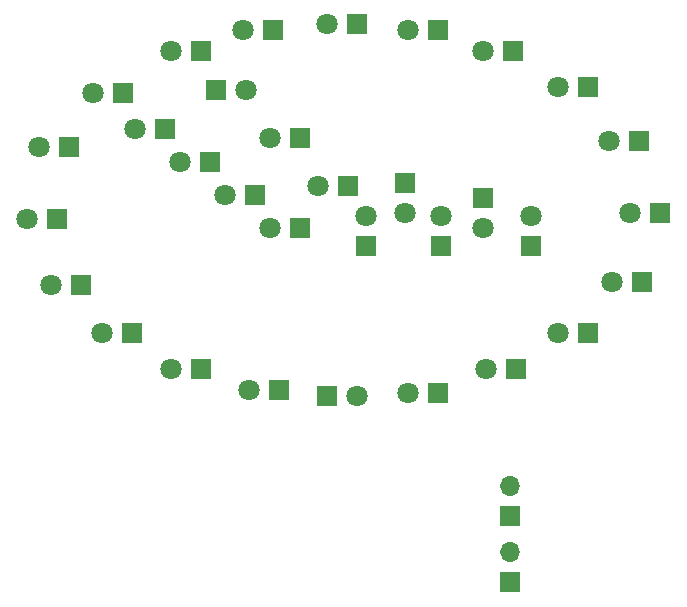
<source format=gbs>
%TF.GenerationSoftware,KiCad,Pcbnew,(5.1.4)-1*%
%TF.CreationDate,2021-08-29T10:14:45+03:00*%
%TF.ProjectId,optiem,6f707469-656d-42e6-9b69-6361645f7063,rev?*%
%TF.SameCoordinates,Original*%
%TF.FileFunction,Soldermask,Bot*%
%TF.FilePolarity,Negative*%
%FSLAX46Y46*%
G04 Gerber Fmt 4.6, Leading zero omitted, Abs format (unit mm)*
G04 Created by KiCad (PCBNEW (5.1.4)-1) date 2021-08-29 10:14:45*
%MOMM*%
%LPD*%
G04 APERTURE LIST*
%ADD10C,1.800000*%
%ADD11R,1.800000X1.800000*%
%ADD12O,1.700000X1.700000*%
%ADD13R,1.700000X1.700000*%
G04 APERTURE END LIST*
D10*
%TO.C,D17*%
X116332000Y-96012000D03*
D11*
X118872000Y-96012000D03*
%TD*%
D12*
%TO.C,P3*%
X155194000Y-118618000D03*
D13*
X155194000Y-121158000D03*
%TD*%
D11*
%TO.C,D29*%
X146304000Y-87376000D03*
D10*
X146304000Y-89916000D03*
%TD*%
D11*
%TO.C,D9*%
X166370000Y-95758000D03*
D10*
X163830000Y-95758000D03*
%TD*%
%TO.C,D11*%
X153162000Y-103124000D03*
D11*
X155702000Y-103124000D03*
%TD*%
%TO.C,D12*%
X149098000Y-105156000D03*
D10*
X146558000Y-105156000D03*
%TD*%
%TO.C,D13*%
X142240000Y-105410000D03*
D11*
X139700000Y-105410000D03*
%TD*%
D10*
%TO.C,D16*%
X120650000Y-100076000D03*
D11*
X123190000Y-100076000D03*
%TD*%
%TO.C,D7*%
X166116000Y-83820000D03*
D10*
X163576000Y-83820000D03*
%TD*%
%TO.C,D6*%
X159258000Y-79248000D03*
D11*
X161798000Y-79248000D03*
%TD*%
D10*
%TO.C,D1*%
X126492000Y-76200000D03*
D11*
X129032000Y-76200000D03*
%TD*%
%TO.C,D3*%
X142240000Y-73914000D03*
D10*
X139700000Y-73914000D03*
%TD*%
%TO.C,D4*%
X146558000Y-74422000D03*
D11*
X149098000Y-74422000D03*
%TD*%
%TO.C,D2*%
X135128000Y-74422000D03*
D10*
X132588000Y-74422000D03*
%TD*%
D11*
%TO.C,D5*%
X155448000Y-76200000D03*
D10*
X152908000Y-76200000D03*
%TD*%
D11*
%TO.C,D14*%
X135636000Y-104902000D03*
D10*
X133096000Y-104902000D03*
%TD*%
D13*
%TO.C,P2*%
X155194000Y-115570000D03*
D12*
X155194000Y-113030000D03*
%TD*%
D11*
%TO.C,D15*%
X129032000Y-103124000D03*
D10*
X126492000Y-103124000D03*
%TD*%
D11*
%TO.C,D18*%
X116840000Y-90424000D03*
D10*
X114300000Y-90424000D03*
%TD*%
D11*
%TO.C,D19*%
X117856000Y-84328000D03*
D10*
X115316000Y-84328000D03*
%TD*%
D11*
%TO.C,D20*%
X122428000Y-79756000D03*
D10*
X119888000Y-79756000D03*
%TD*%
%TO.C,D21*%
X123444000Y-82804000D03*
D11*
X125984000Y-82804000D03*
%TD*%
D10*
%TO.C,D22*%
X127254000Y-85598000D03*
D11*
X129794000Y-85598000D03*
%TD*%
%TO.C,D23*%
X133604000Y-88392000D03*
D10*
X131064000Y-88392000D03*
%TD*%
%TO.C,D24*%
X134874000Y-91186000D03*
D11*
X137414000Y-91186000D03*
%TD*%
D10*
%TO.C,D25*%
X143002000Y-90170000D03*
D11*
X143002000Y-92710000D03*
%TD*%
%TO.C,D26*%
X149352000Y-92710000D03*
D10*
X149352000Y-90170000D03*
%TD*%
D11*
%TO.C,D27*%
X156972000Y-92710000D03*
D10*
X156972000Y-90170000D03*
%TD*%
%TO.C,D30*%
X138938000Y-87630000D03*
D11*
X141478000Y-87630000D03*
%TD*%
%TO.C,D31*%
X137414000Y-83566000D03*
D10*
X134874000Y-83566000D03*
%TD*%
%TO.C,D8*%
X165354000Y-89916000D03*
D11*
X167894000Y-89916000D03*
%TD*%
%TO.C,D10*%
X161798000Y-100076000D03*
D10*
X159258000Y-100076000D03*
%TD*%
D11*
%TO.C,D28*%
X152908000Y-88646000D03*
D10*
X152908000Y-91186000D03*
%TD*%
D11*
%TO.C,D32*%
X130302000Y-79502000D03*
D10*
X132842000Y-79502000D03*
%TD*%
M02*

</source>
